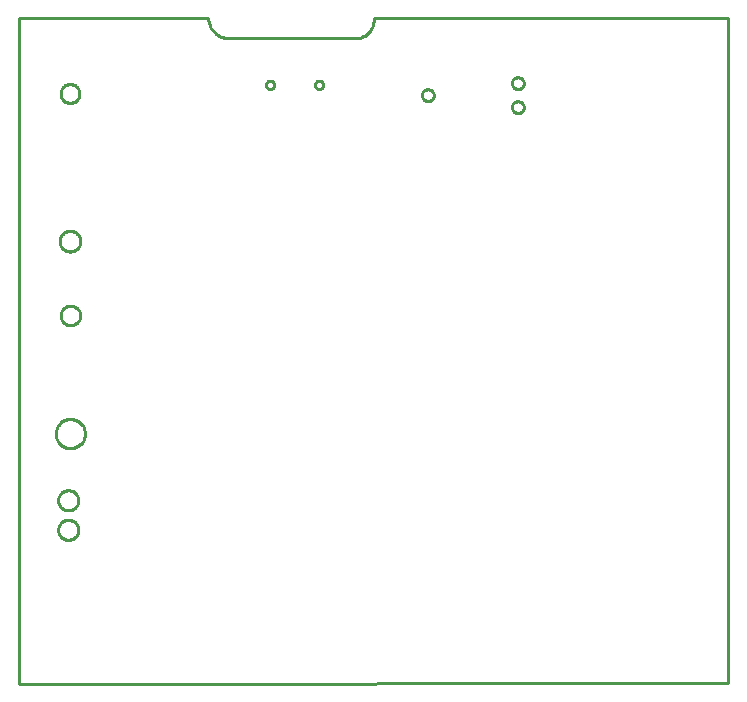
<source format=gbr>
G04 EAGLE Gerber RS-274X export*
G75*
%MOMM*%
%FSLAX34Y34*%
%LPD*%
%IN*%
%IPPOS*%
%AMOC8*
5,1,8,0,0,1.08239X$1,22.5*%
G01*
%ADD10C,0.254000*%


D10*
X0Y-1800D02*
X600000Y-1000D01*
X600000Y562000D01*
X300000Y562000D01*
X300000Y560800D01*
X299971Y559426D01*
X299822Y558060D01*
X299554Y556712D01*
X299170Y555392D01*
X298672Y554111D01*
X298065Y552878D01*
X297352Y551703D01*
X296540Y550594D01*
X295634Y549561D01*
X294642Y548610D01*
X293571Y547749D01*
X292428Y546985D01*
X291223Y546324D01*
X289966Y545770D01*
X288664Y545327D01*
X287330Y545000D01*
X285971Y544790D01*
X284600Y544700D01*
X178300Y544700D01*
X176747Y544724D01*
X175201Y544884D01*
X173676Y545177D01*
X172182Y545602D01*
X170731Y546156D01*
X169333Y546835D01*
X168000Y547632D01*
X166741Y548543D01*
X165567Y549560D01*
X164486Y550675D01*
X163506Y551881D01*
X162635Y553167D01*
X161879Y554524D01*
X161244Y555942D01*
X160736Y557410D01*
X160357Y558917D01*
X160111Y560451D01*
X160000Y562000D01*
X0Y562000D01*
X0Y-1800D01*
X250350Y505529D02*
X250410Y505984D01*
X250529Y506427D01*
X250704Y506851D01*
X250934Y507249D01*
X251213Y507613D01*
X251537Y507937D01*
X251901Y508216D01*
X252299Y508446D01*
X252723Y508621D01*
X253166Y508740D01*
X253621Y508800D01*
X254079Y508800D01*
X254534Y508740D01*
X254977Y508621D01*
X255401Y508446D01*
X255799Y508216D01*
X256163Y507937D01*
X256487Y507613D01*
X256766Y507249D01*
X256996Y506851D01*
X257171Y506427D01*
X257290Y505984D01*
X257350Y505529D01*
X257350Y505071D01*
X257290Y504616D01*
X257171Y504173D01*
X256996Y503749D01*
X256766Y503351D01*
X256487Y502987D01*
X256163Y502663D01*
X255799Y502384D01*
X255401Y502154D01*
X254977Y501979D01*
X254534Y501860D01*
X254079Y501800D01*
X253621Y501800D01*
X253166Y501860D01*
X252723Y501979D01*
X252299Y502154D01*
X251901Y502384D01*
X251537Y502663D01*
X251213Y502987D01*
X250934Y503351D01*
X250704Y503749D01*
X250529Y504173D01*
X250410Y504616D01*
X250350Y505071D01*
X250350Y505529D01*
X208850Y505529D02*
X208910Y505984D01*
X209029Y506427D01*
X209204Y506851D01*
X209434Y507249D01*
X209713Y507613D01*
X210037Y507937D01*
X210401Y508216D01*
X210799Y508446D01*
X211223Y508621D01*
X211666Y508740D01*
X212121Y508800D01*
X212579Y508800D01*
X213034Y508740D01*
X213477Y508621D01*
X213901Y508446D01*
X214299Y508216D01*
X214663Y507937D01*
X214987Y507613D01*
X215266Y507249D01*
X215496Y506851D01*
X215671Y506427D01*
X215790Y505984D01*
X215850Y505529D01*
X215850Y505071D01*
X215790Y504616D01*
X215671Y504173D01*
X215496Y503749D01*
X215266Y503351D01*
X214987Y502987D01*
X214663Y502663D01*
X214299Y502384D01*
X213901Y502154D01*
X213477Y501979D01*
X213034Y501860D01*
X212579Y501800D01*
X212121Y501800D01*
X211666Y501860D01*
X211223Y501979D01*
X210799Y502154D01*
X210401Y502384D01*
X210037Y502663D01*
X209713Y502987D01*
X209434Y503351D01*
X209204Y503749D01*
X209029Y504173D01*
X208910Y504616D01*
X208850Y505071D01*
X208850Y505529D01*
X350900Y496219D02*
X350837Y495661D01*
X350712Y495114D01*
X350527Y494584D01*
X350283Y494078D01*
X349984Y493602D01*
X349634Y493163D01*
X349237Y492766D01*
X348798Y492416D01*
X348322Y492117D01*
X347816Y491873D01*
X347286Y491688D01*
X346739Y491563D01*
X346181Y491500D01*
X345619Y491500D01*
X345061Y491563D01*
X344514Y491688D01*
X343984Y491873D01*
X343478Y492117D01*
X343002Y492416D01*
X342563Y492766D01*
X342166Y493163D01*
X341816Y493602D01*
X341517Y494078D01*
X341273Y494584D01*
X341088Y495114D01*
X340963Y495661D01*
X340900Y496219D01*
X340900Y496781D01*
X340963Y497339D01*
X341088Y497886D01*
X341273Y498416D01*
X341517Y498922D01*
X341816Y499398D01*
X342166Y499837D01*
X342563Y500234D01*
X343002Y500584D01*
X343478Y500883D01*
X343984Y501127D01*
X344514Y501312D01*
X345061Y501437D01*
X345619Y501500D01*
X346181Y501500D01*
X346739Y501437D01*
X347286Y501312D01*
X347816Y501127D01*
X348322Y500883D01*
X348798Y500584D01*
X349237Y500234D01*
X349634Y499837D01*
X349984Y499398D01*
X350283Y498922D01*
X350527Y498416D01*
X350712Y497886D01*
X350837Y497339D01*
X350900Y496781D01*
X350900Y496219D01*
X427100Y486059D02*
X427037Y485501D01*
X426912Y484954D01*
X426727Y484424D01*
X426483Y483918D01*
X426184Y483442D01*
X425834Y483003D01*
X425437Y482606D01*
X424998Y482256D01*
X424522Y481957D01*
X424016Y481713D01*
X423486Y481528D01*
X422939Y481403D01*
X422381Y481340D01*
X421819Y481340D01*
X421261Y481403D01*
X420714Y481528D01*
X420184Y481713D01*
X419678Y481957D01*
X419202Y482256D01*
X418763Y482606D01*
X418366Y483003D01*
X418016Y483442D01*
X417717Y483918D01*
X417473Y484424D01*
X417288Y484954D01*
X417163Y485501D01*
X417100Y486059D01*
X417100Y486621D01*
X417163Y487179D01*
X417288Y487726D01*
X417473Y488256D01*
X417717Y488762D01*
X418016Y489238D01*
X418366Y489677D01*
X418763Y490074D01*
X419202Y490424D01*
X419678Y490723D01*
X420184Y490967D01*
X420714Y491152D01*
X421261Y491277D01*
X421819Y491340D01*
X422381Y491340D01*
X422939Y491277D01*
X423486Y491152D01*
X424016Y490967D01*
X424522Y490723D01*
X424998Y490424D01*
X425437Y490074D01*
X425834Y489677D01*
X426184Y489238D01*
X426483Y488762D01*
X426727Y488256D01*
X426912Y487726D01*
X427037Y487179D01*
X427100Y486621D01*
X427100Y486059D01*
X427100Y506379D02*
X427037Y505821D01*
X426912Y505274D01*
X426727Y504744D01*
X426483Y504238D01*
X426184Y503762D01*
X425834Y503323D01*
X425437Y502926D01*
X424998Y502576D01*
X424522Y502277D01*
X424016Y502033D01*
X423486Y501848D01*
X422939Y501723D01*
X422381Y501660D01*
X421819Y501660D01*
X421261Y501723D01*
X420714Y501848D01*
X420184Y502033D01*
X419678Y502277D01*
X419202Y502576D01*
X418763Y502926D01*
X418366Y503323D01*
X418016Y503762D01*
X417717Y504238D01*
X417473Y504744D01*
X417288Y505274D01*
X417163Y505821D01*
X417100Y506379D01*
X417100Y506941D01*
X417163Y507499D01*
X417288Y508046D01*
X417473Y508576D01*
X417717Y509082D01*
X418016Y509558D01*
X418366Y509997D01*
X418763Y510394D01*
X419202Y510744D01*
X419678Y511043D01*
X420184Y511287D01*
X420714Y511472D01*
X421261Y511597D01*
X421819Y511660D01*
X422381Y511660D01*
X422939Y511597D01*
X423486Y511472D01*
X424016Y511287D01*
X424522Y511043D01*
X424998Y510744D01*
X425437Y510394D01*
X425834Y509997D01*
X426184Y509558D01*
X426483Y509082D01*
X426727Y508576D01*
X426912Y508046D01*
X427037Y507499D01*
X427100Y506941D01*
X427100Y506379D01*
X42518Y364150D02*
X41757Y364217D01*
X41004Y364349D01*
X40266Y364547D01*
X39548Y364808D01*
X38856Y365131D01*
X38194Y365513D01*
X37568Y365952D01*
X36983Y366443D01*
X36443Y366983D01*
X35952Y367568D01*
X35513Y368194D01*
X35131Y368856D01*
X34808Y369548D01*
X34547Y370266D01*
X34349Y371004D01*
X34217Y371757D01*
X34150Y372518D01*
X34150Y373282D01*
X34217Y374043D01*
X34349Y374796D01*
X34547Y375534D01*
X34808Y376252D01*
X35131Y376944D01*
X35513Y377606D01*
X35952Y378232D01*
X36443Y378817D01*
X36983Y379357D01*
X37568Y379848D01*
X38194Y380287D01*
X38856Y380669D01*
X39548Y380992D01*
X40266Y381253D01*
X41004Y381451D01*
X41757Y381583D01*
X42518Y381650D01*
X43282Y381650D01*
X44043Y381583D01*
X44796Y381451D01*
X45534Y381253D01*
X46252Y380992D01*
X46944Y380669D01*
X47606Y380287D01*
X48232Y379848D01*
X48817Y379357D01*
X49357Y378817D01*
X49848Y378232D01*
X50287Y377606D01*
X50669Y376944D01*
X50992Y376252D01*
X51253Y375534D01*
X51451Y374796D01*
X51583Y374043D01*
X51650Y373282D01*
X51650Y372518D01*
X51583Y371757D01*
X51451Y371004D01*
X51253Y370266D01*
X50992Y369548D01*
X50669Y368856D01*
X50287Y368194D01*
X49848Y367568D01*
X49357Y366983D01*
X48817Y366443D01*
X48232Y365952D01*
X47606Y365513D01*
X46944Y365131D01*
X46252Y364808D01*
X45534Y364547D01*
X44796Y364349D01*
X44043Y364217D01*
X43282Y364150D01*
X42518Y364150D01*
X42507Y489900D02*
X41725Y489977D01*
X40954Y490130D01*
X40202Y490359D01*
X39475Y490659D01*
X38782Y491030D01*
X38129Y491467D01*
X37521Y491965D01*
X36965Y492521D01*
X36467Y493129D01*
X36030Y493782D01*
X35659Y494475D01*
X35359Y495202D01*
X35130Y495954D01*
X34977Y496725D01*
X34900Y497507D01*
X34900Y498293D01*
X34977Y499075D01*
X35130Y499846D01*
X35359Y500598D01*
X35659Y501325D01*
X36030Y502018D01*
X36467Y502671D01*
X36965Y503279D01*
X37521Y503835D01*
X38129Y504333D01*
X38782Y504770D01*
X39475Y505141D01*
X40202Y505441D01*
X40954Y505670D01*
X41725Y505823D01*
X42507Y505900D01*
X43293Y505900D01*
X44075Y505823D01*
X44846Y505670D01*
X45598Y505441D01*
X46325Y505141D01*
X47018Y504770D01*
X47671Y504333D01*
X48279Y503835D01*
X48835Y503279D01*
X49333Y502671D01*
X49770Y502018D01*
X50141Y501325D01*
X50441Y500598D01*
X50670Y499846D01*
X50823Y499075D01*
X50900Y498293D01*
X50900Y497507D01*
X50823Y496725D01*
X50670Y495954D01*
X50441Y495202D01*
X50141Y494475D01*
X49770Y493782D01*
X49333Y493129D01*
X48835Y492521D01*
X48279Y491965D01*
X47671Y491467D01*
X47018Y491030D01*
X46325Y490659D01*
X45598Y490359D01*
X44846Y490130D01*
X44075Y489977D01*
X43293Y489900D01*
X42507Y489900D01*
X41059Y144970D02*
X40319Y145035D01*
X39589Y145164D01*
X38872Y145356D01*
X38174Y145610D01*
X37501Y145923D01*
X36859Y146294D01*
X36251Y146720D01*
X35682Y147197D01*
X35157Y147722D01*
X34680Y148291D01*
X34254Y148899D01*
X33883Y149541D01*
X33570Y150214D01*
X33316Y150912D01*
X33124Y151629D01*
X32995Y152359D01*
X32930Y153099D01*
X32930Y153841D01*
X32995Y154581D01*
X33124Y155312D01*
X33316Y156028D01*
X33570Y156726D01*
X33883Y157399D01*
X34254Y158041D01*
X34680Y158649D01*
X35157Y159218D01*
X35682Y159743D01*
X36251Y160220D01*
X36859Y160646D01*
X37501Y161017D01*
X38174Y161330D01*
X38872Y161584D01*
X39589Y161776D01*
X40319Y161905D01*
X41059Y161970D01*
X41801Y161970D01*
X42541Y161905D01*
X43272Y161776D01*
X43988Y161584D01*
X44686Y161330D01*
X45359Y161017D01*
X46001Y160646D01*
X46609Y160220D01*
X47178Y159743D01*
X47703Y159218D01*
X48180Y158649D01*
X48606Y158041D01*
X48977Y157399D01*
X49290Y156726D01*
X49544Y156028D01*
X49736Y155312D01*
X49865Y154581D01*
X49930Y153841D01*
X49930Y153099D01*
X49865Y152359D01*
X49736Y151629D01*
X49544Y150912D01*
X49290Y150214D01*
X48977Y149541D01*
X48606Y148899D01*
X48180Y148291D01*
X47703Y147722D01*
X47178Y147197D01*
X46609Y146720D01*
X46001Y146294D01*
X45359Y145923D01*
X44686Y145610D01*
X43988Y145356D01*
X43272Y145164D01*
X42541Y145035D01*
X41801Y144970D01*
X41059Y144970D01*
X41059Y119970D02*
X40319Y120035D01*
X39589Y120164D01*
X38872Y120356D01*
X38174Y120610D01*
X37501Y120923D01*
X36859Y121294D01*
X36251Y121720D01*
X35682Y122197D01*
X35157Y122722D01*
X34680Y123291D01*
X34254Y123899D01*
X33883Y124541D01*
X33570Y125214D01*
X33316Y125912D01*
X33124Y126629D01*
X32995Y127359D01*
X32930Y128099D01*
X32930Y128841D01*
X32995Y129581D01*
X33124Y130312D01*
X33316Y131028D01*
X33570Y131726D01*
X33883Y132399D01*
X34254Y133041D01*
X34680Y133649D01*
X35157Y134218D01*
X35682Y134743D01*
X36251Y135220D01*
X36859Y135646D01*
X37501Y136017D01*
X38174Y136330D01*
X38872Y136584D01*
X39589Y136776D01*
X40319Y136905D01*
X41059Y136970D01*
X41801Y136970D01*
X42541Y136905D01*
X43272Y136776D01*
X43988Y136584D01*
X44686Y136330D01*
X45359Y136017D01*
X46001Y135646D01*
X46609Y135220D01*
X47178Y134743D01*
X47703Y134218D01*
X48180Y133649D01*
X48606Y133041D01*
X48977Y132399D01*
X49290Y131726D01*
X49544Y131028D01*
X49736Y130312D01*
X49865Y129581D01*
X49930Y128841D01*
X49930Y128099D01*
X49865Y127359D01*
X49736Y126629D01*
X49544Y125912D01*
X49290Y125214D01*
X48977Y124541D01*
X48606Y123899D01*
X48180Y123291D01*
X47703Y122722D01*
X47178Y122197D01*
X46609Y121720D01*
X46001Y121294D01*
X45359Y120923D01*
X44686Y120610D01*
X43988Y120356D01*
X43272Y120164D01*
X42541Y120035D01*
X41801Y119970D01*
X41059Y119970D01*
X42713Y197605D02*
X41742Y197682D01*
X40780Y197834D01*
X39833Y198062D01*
X38907Y198363D01*
X38007Y198735D01*
X37139Y199177D01*
X36309Y199686D01*
X35521Y200259D01*
X34780Y200891D01*
X34091Y201580D01*
X33459Y202321D01*
X32886Y203109D01*
X32377Y203939D01*
X31935Y204807D01*
X31563Y205707D01*
X31262Y206633D01*
X31034Y207580D01*
X30882Y208542D01*
X30805Y209513D01*
X30805Y210487D01*
X30882Y211458D01*
X31034Y212420D01*
X31262Y213367D01*
X31563Y214293D01*
X31935Y215193D01*
X32377Y216061D01*
X32886Y216891D01*
X33459Y217679D01*
X34091Y218420D01*
X34780Y219109D01*
X35521Y219741D01*
X36309Y220314D01*
X37139Y220823D01*
X38007Y221265D01*
X38907Y221637D01*
X39833Y221938D01*
X40780Y222166D01*
X41742Y222318D01*
X42713Y222395D01*
X43687Y222395D01*
X44658Y222318D01*
X45620Y222166D01*
X46567Y221938D01*
X47493Y221637D01*
X48393Y221265D01*
X49261Y220823D01*
X50091Y220314D01*
X50879Y219741D01*
X51620Y219109D01*
X52309Y218420D01*
X52941Y217679D01*
X53514Y216891D01*
X54023Y216061D01*
X54465Y215193D01*
X54837Y214293D01*
X55138Y213367D01*
X55366Y212420D01*
X55518Y211458D01*
X55595Y210487D01*
X55595Y209513D01*
X55518Y208542D01*
X55366Y207580D01*
X55138Y206633D01*
X54837Y205707D01*
X54465Y204807D01*
X54023Y203939D01*
X53514Y203109D01*
X52941Y202321D01*
X52309Y201580D01*
X51620Y200891D01*
X50879Y200259D01*
X50091Y199686D01*
X49261Y199177D01*
X48393Y198735D01*
X47493Y198363D01*
X46567Y198062D01*
X45620Y197834D01*
X44658Y197682D01*
X43687Y197605D01*
X42713Y197605D01*
X42795Y301750D02*
X41988Y301829D01*
X41193Y301988D01*
X40417Y302223D01*
X39668Y302533D01*
X38954Y302915D01*
X38280Y303366D01*
X37653Y303880D01*
X37080Y304453D01*
X36566Y305080D01*
X36115Y305754D01*
X35733Y306468D01*
X35423Y307217D01*
X35188Y307993D01*
X35029Y308788D01*
X34950Y309595D01*
X34950Y310405D01*
X35029Y311212D01*
X35188Y312007D01*
X35423Y312783D01*
X35733Y313532D01*
X36115Y314246D01*
X36566Y314920D01*
X37080Y315547D01*
X37653Y316120D01*
X38280Y316634D01*
X38954Y317085D01*
X39668Y317467D01*
X40417Y317777D01*
X41193Y318012D01*
X41988Y318171D01*
X42795Y318250D01*
X43605Y318250D01*
X44412Y318171D01*
X45207Y318012D01*
X45983Y317777D01*
X46732Y317467D01*
X47446Y317085D01*
X48120Y316634D01*
X48747Y316120D01*
X49320Y315547D01*
X49834Y314920D01*
X50285Y314246D01*
X50667Y313532D01*
X50977Y312783D01*
X51212Y312007D01*
X51371Y311212D01*
X51450Y310405D01*
X51450Y309595D01*
X51371Y308788D01*
X51212Y307993D01*
X50977Y307217D01*
X50667Y306468D01*
X50285Y305754D01*
X49834Y305080D01*
X49320Y304453D01*
X48747Y303880D01*
X48120Y303366D01*
X47446Y302915D01*
X46732Y302533D01*
X45983Y302223D01*
X45207Y301988D01*
X44412Y301829D01*
X43605Y301750D01*
X42795Y301750D01*
M02*

</source>
